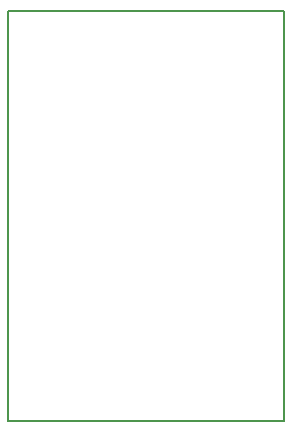
<source format=gbo>
G04 MADE WITH FRITZING*
G04 WWW.FRITZING.ORG*
G04 DOUBLE SIDED*
G04 HOLES PLATED*
G04 CONTOUR ON CENTER OF CONTOUR VECTOR*
%ASAXBY*%
%FSLAX23Y23*%
%MOIN*%
%OFA0B0*%
%SFA1.0B1.0*%
%ADD10R,0.926634X1.372380X0.910634X1.356380*%
%ADD11C,0.008000*%
%LNSILK0*%
G90*
G70*
G54D11*
X4Y1368D02*
X923Y1368D01*
X923Y4D01*
X4Y4D01*
X4Y1368D01*
D02*
G04 End of Silk0*
M02*
</source>
